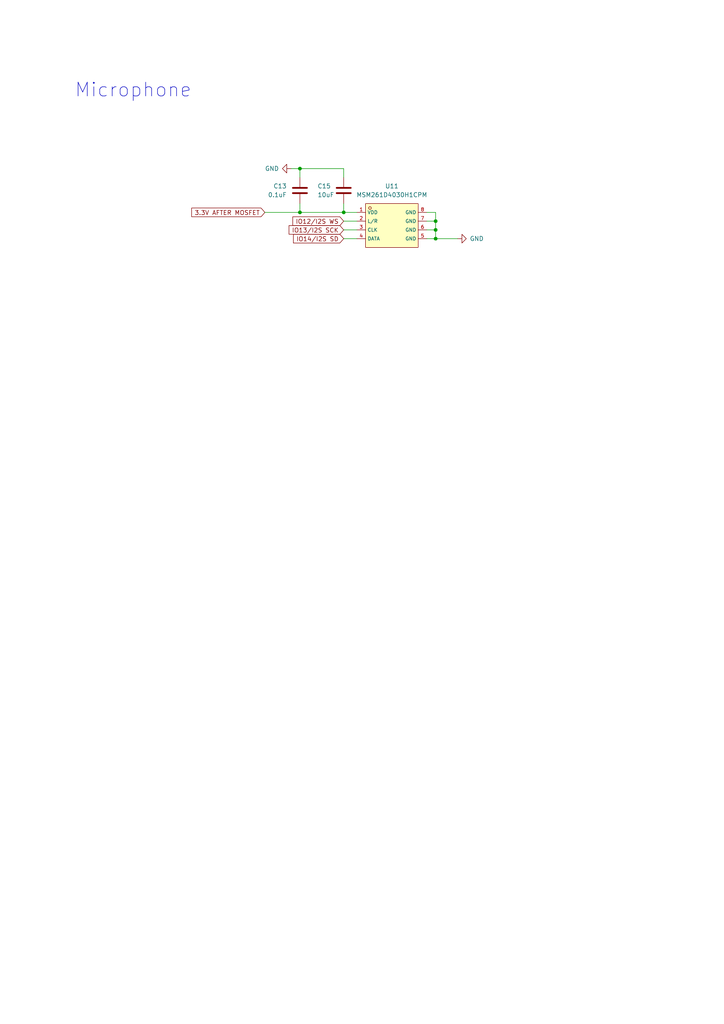
<source format=kicad_sch>
(kicad_sch (version 20230121) (generator eeschema)
  (paper "A4" portrait)
  (lib_symbols
    (symbol "Device:0.1uF 0603" (pin_numbers hide) (pin_names (offset 0.254))
      (property "Reference" "C" (at 0.635 2.54 0))
      (property "Value" "0.1uF 0603" (at 0.635 -2.54 0))
      (symbol "0.1uF 0603_0_1"
        (polyline (pts (xy -2.032 -0.762) (xy 2.032 -0.762)) (stroke (width 0.508)))
        (polyline (pts (xy -2.032 0.762) (xy 2.032 0.762)) (stroke (width 0.508)))
      )
      (symbol "0.1uF 0603_1_1"
        (pin passive line (at 0 3.81 270) (length 2.794) (name "~") (number "1"))
        (pin passive line (at 0 -3.81 90) (length 2.794) (name "~") (number "2"))
      )
    )
    (symbol "MSM261D4030H1CPM_1"
      (property "Reference" "U" (at 0 1.27 0))
      (property "Value" "MSM261D4030H1CPM_1" (at 0 -2.54 0))
      (symbol "MSM261D4030H1CPM_1_0_0"
        (rectangle (start -7.62 -6.35) (end 7.62 -19.05) (fill (type background)))
        (circle (center -6.35 -7.62) (radius 0.381) (fill (type background)))
        (pin unspecified line (at -10.16 -8.89 0) (length 2.54) (name "VDD") (number "1"))
        (pin unspecified line (at -10.16 -11.43 0) (length 2.54) (name "L/R") (number "2"))
        (pin unspecified line (at -10.16 -13.97 0) (length 2.54) (name "CLK") (number "3"))
        (pin unspecified line (at -10.16 -16.51 0) (length 2.54) (name "DATA") (number "4"))
        (pin unspecified line (at 10.16 -16.51 180) (length 2.54) (name "GND") (number "5"))
        (pin unspecified line (at 10.16 -13.97 180) (length 2.54) (name "GND") (number "6"))
        (pin unspecified line (at 10.16 -11.43 180) (length 2.54) (name "GND") (number "7"))
        (pin unspecified line (at 10.16 -8.89 180) (length 2.54) (name "GND") (number "8"))
      )
    )
    (symbol "power:GND" (power) (pin_names (offset 0))
      (property "Value" "GND" (at 0 -3.81 0))
      (symbol "GND_0_1"
        (polyline (pts (xy 0 0) (xy 0 -1.27) (xy 1.27 -1.27) (xy 0 -2.54) (xy -1.27 -1.27) (xy 0 -1.27)))
      )
      (symbol "GND_1_1"
        (pin power_in line (at 0 0 270) (length 0) hide (name "GND") (number "1"))
      )
    )
  )
  (junction (at 86.995 61.595))
  (junction (at 126.365 69.215))
  (junction (at 126.365 66.675))
  (junction (at 86.995 48.895))
  (junction (at 99.695 61.595))
  (junction (at 126.365 64.135))
  (wire (pts (xy 86.995 48.895) (xy 84.455 48.895)))
  (wire (pts (xy 86.995 51.435) (xy 86.995 48.895)))
  (wire (pts (xy 99.695 66.675) (xy 103.505 66.675)))
  (wire (pts (xy 76.835 61.595) (xy 86.995 61.595)))
  (wire (pts (xy 99.695 61.595) (xy 103.505 61.595)))
  (wire (pts (xy 126.365 64.135) (xy 126.365 66.675)))
  (wire (pts (xy 126.365 66.675) (xy 126.365 69.215)))
  (wire (pts (xy 99.695 64.135) (xy 103.505 64.135)))
  (wire (pts (xy 86.995 61.595) (xy 99.695 61.595)))
  (wire (pts (xy 126.365 69.215) (xy 132.715 69.215)))
  (wire (pts (xy 123.825 69.215) (xy 126.365 69.215)))
  (wire (pts (xy 99.695 51.435) (xy 99.695 48.895)))
  (wire (pts (xy 86.995 59.055) (xy 86.995 61.595)))
  (wire (pts (xy 123.825 66.675) (xy 126.365 66.675)))
  (wire (pts (xy 99.695 69.215) (xy 103.505 69.215)))
  (wire (pts (xy 99.695 59.055) (xy 99.695 61.595)))
  (wire (pts (xy 123.825 61.595) (xy 126.365 61.595)))
  (wire (pts (xy 126.365 61.595) (xy 126.365 64.135)))
  (wire (pts (xy 123.825 64.135) (xy 126.365 64.135)))
  (wire (pts (xy 86.995 48.895) (xy 99.695 48.895)))
  (text "Microphone" (at 21.59 28.575 0) (effects (font (size 4 4)) (justify left bottom)))
  (global_label "3.3V AFTER MOSFET" (shape input) (at 76.835 61.595 180) (property "Intersheetrefs" "${INTERSHEET_REFS}" (effects hide)))
  (global_label "IO13{slash}I2S SCK" (shape input) (at 99.695 66.675 180) (property "Intersheetrefs" "${INTERSHEET_REFS}" (effects hide)))
  (global_label "IO14{slash}I2S SD" (shape input) (at 99.695 69.215 180) (property "Intersheetrefs" "${INTERSHEET_REFS}" (effects hide)))
  (global_label "IO12{slash}I2S WS" (shape input) (at 99.695 64.135 180) (property "Intersheetrefs" "${INTERSHEET_REFS}" (effects hide)))
  (symbol (lib_name "MSM261D4030H1CPM_1") (lib_id "MyParts:MSM261D4030H1CPM") (at 113.665 52.705 0) (unit 1)
    (property "Reference" "U11" (at 113.665 53.975 0))
    (property "Value" "MSM261D4030H1CPM" (at 113.665 56.515 0))
    (property "Footprint" "footprint:MIC-SMD_8P-L4.0-W3.0_ZTS6231" (effects hide))
    (property "Datasheet" "https://cn.bing.com/search?q=datasheet: ZTS6231" (effects hide))
    (property "LCSC" "C966942" (effects hide))
  )
  (symbol (lib_id "Device:0.1uF 0603") (at 99.695 55.245 0) (mirror y) (unit 1)
    (property "Reference" "C15" (at 92.075 53.975 0) (effects (justify right)))
    (property "Value" "10uF" (at 92.075 56.515 0) (effects (justify right)))
    (property "Footprint" "Capacitor_SMD:C_0603_1608Metric" (effects hide))
    (property "LCSC #" "C96446" (effects hide))
  )
  (symbol (lib_id "Device:0.1uF 0603") (at 86.995 55.245 0) (mirror y) (unit 1)
    (property "Reference" "C13" (at 83.185 53.9749 0) (effects (justify left)))
    (property "Value" "0.1uF" (at 83.185 56.5149 0) (effects (justify left)))
    (property "Footprint" "Capacitor_SMD:C_0402_1005Metric" (effects hide))
    (property "LCSC #" "C1525" (effects hide))
  )
  (symbol (lib_id "power:GND") (at 84.455 48.895 270) (mirror x) (unit 1)
    (property "Reference" "#PWR0116" (effects hide))
    (property "Value" "GND" (at 76.835 48.895 90) (effects (justify left)))
  )
  (symbol (lib_id "power:GND") (at 132.715 69.215 90) (mirror x) (unit 1)
    (property "Reference" "#PWR0122" (effects hide))
    (property "Value" "GND" (at 140.335 69.215 90) (effects (justify left)))
  )
)
</source>
